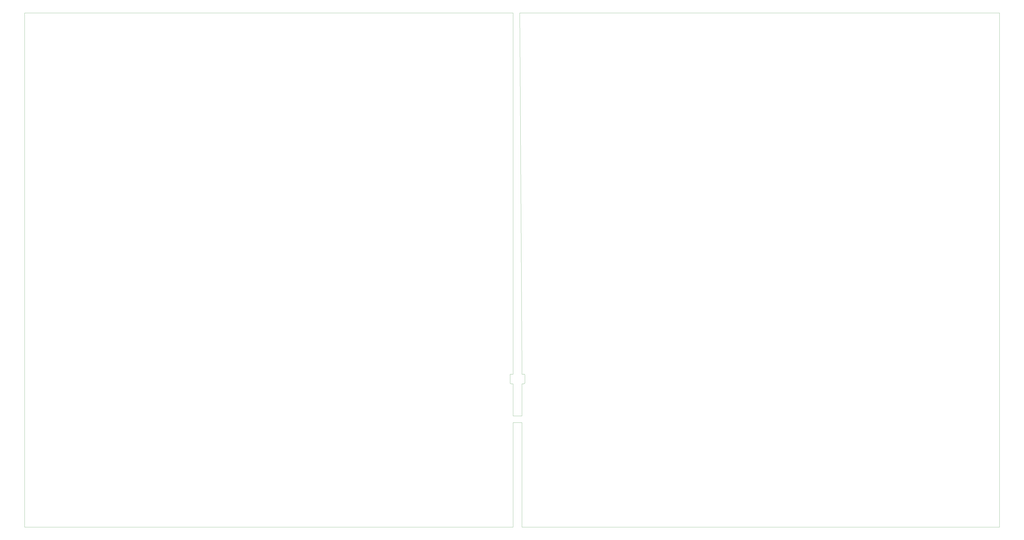
<source format=gbr>
%TF.GenerationSoftware,KiCad,Pcbnew,6.0.9-8da3e8f707~117~ubuntu20.04.1*%
%TF.CreationDate,2022-11-28T13:28:25+01:00*%
%TF.ProjectId,98keys-split-pcb,39386b65-7973-42d7-9370-6c69742d7063,rev?*%
%TF.SameCoordinates,Original*%
%TF.FileFunction,Profile,NP*%
%FSLAX46Y46*%
G04 Gerber Fmt 4.6, Leading zero omitted, Abs format (unit mm)*
G04 Created by KiCad (PCBNEW 6.0.9-8da3e8f707~117~ubuntu20.04.1) date 2022-11-28 13:28:25*
%MOMM*%
%LPD*%
G01*
G04 APERTURE LIST*
%TA.AperFunction,Profile*%
%ADD10C,0.100000*%
%TD*%
%TA.AperFunction,Profile*%
%ADD11C,0.120000*%
%TD*%
G04 APERTURE END LIST*
D10*
X85000000Y-263000000D02*
X85000000Y-27000000D01*
X309000000Y-215000000D02*
X309000000Y-263000000D01*
X309000000Y-27000000D02*
X309000000Y-188500000D01*
X85000000Y-27000000D02*
X309000000Y-27000000D01*
X309000000Y-263000000D02*
X85000000Y-263000000D01*
X313000000Y-212000000D02*
X313000000Y-201500000D01*
X313000000Y-215000000D02*
X313000000Y-263000000D01*
X309000000Y-215000000D02*
X313000000Y-215000000D01*
X309000000Y-201500000D02*
X309000000Y-212000000D01*
X532000000Y-263000000D02*
X313000000Y-263000000D01*
X532000000Y-27000000D02*
X532000000Y-263000000D01*
X313000000Y-188500000D02*
X312000000Y-27000000D01*
X309000000Y-212000000D02*
X313000000Y-212000000D01*
X312000000Y-27000000D02*
X532000000Y-27000000D01*
D11*
%TO.C,J1*%
X314400000Y-193200000D02*
X314400000Y-196800000D01*
X314000000Y-197200000D02*
X313000000Y-197200000D01*
X313000000Y-197200000D02*
X313000000Y-201500000D01*
X314000000Y-192800000D02*
X313000000Y-192800000D01*
X313000000Y-192800000D02*
X313000000Y-188500000D01*
X314000000Y-197200000D02*
G75*
G03*
X314400000Y-196800000I-2J400002D01*
G01*
X314400000Y-193200000D02*
G75*
G03*
X314000000Y-192800000I-400000J0D01*
G01*
%TO.C,J2*%
X309000000Y-192800000D02*
X309000000Y-188500000D01*
X309000000Y-197200000D02*
X309000000Y-201500000D01*
X308000000Y-192800000D02*
X309000000Y-192800000D01*
X307600000Y-196800000D02*
X307600000Y-193200000D01*
X308000000Y-197200000D02*
X309000000Y-197200000D01*
X307600000Y-196800000D02*
G75*
G03*
X308000000Y-197200000I400000J0D01*
G01*
X308000000Y-192800000D02*
G75*
G03*
X307600000Y-193200000I2J-400002D01*
G01*
%TD*%
M02*

</source>
